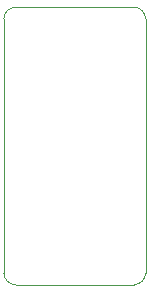
<source format=gbr>
G04 #@! TF.GenerationSoftware,KiCad,Pcbnew,(5.1.5)-3*
G04 #@! TF.CreationDate,2021-01-22T16:59:30+10:30*
G04 #@! TF.ProjectId,HallSingle,48616c6c-5369-46e6-976c-652e6b696361,rev?*
G04 #@! TF.SameCoordinates,Original*
G04 #@! TF.FileFunction,Profile,NP*
%FSLAX46Y46*%
G04 Gerber Fmt 4.6, Leading zero omitted, Abs format (unit mm)*
G04 Created by KiCad (PCBNEW (5.1.5)-3) date 2021-01-22 16:59:30*
%MOMM*%
%LPD*%
G04 APERTURE LIST*
%ADD10C,0.050000*%
G04 APERTURE END LIST*
D10*
X139000000Y-80500000D02*
G75*
G02X138000000Y-79500000I0J1000000D01*
G01*
X150000000Y-79500000D02*
G75*
G02X149000000Y-80500000I-1000000J0D01*
G01*
X149000000Y-57000000D02*
G75*
G02X150000000Y-58000000I0J-1000000D01*
G01*
X138000000Y-58000000D02*
G75*
G02X139000000Y-57000000I1000000J0D01*
G01*
X138000000Y-58000000D02*
X138000000Y-79500000D01*
X149000000Y-80500000D02*
X139000000Y-80500000D01*
X150000000Y-58000000D02*
X150000000Y-79500000D01*
X139000000Y-57000000D02*
X149000000Y-57000000D01*
M02*

</source>
